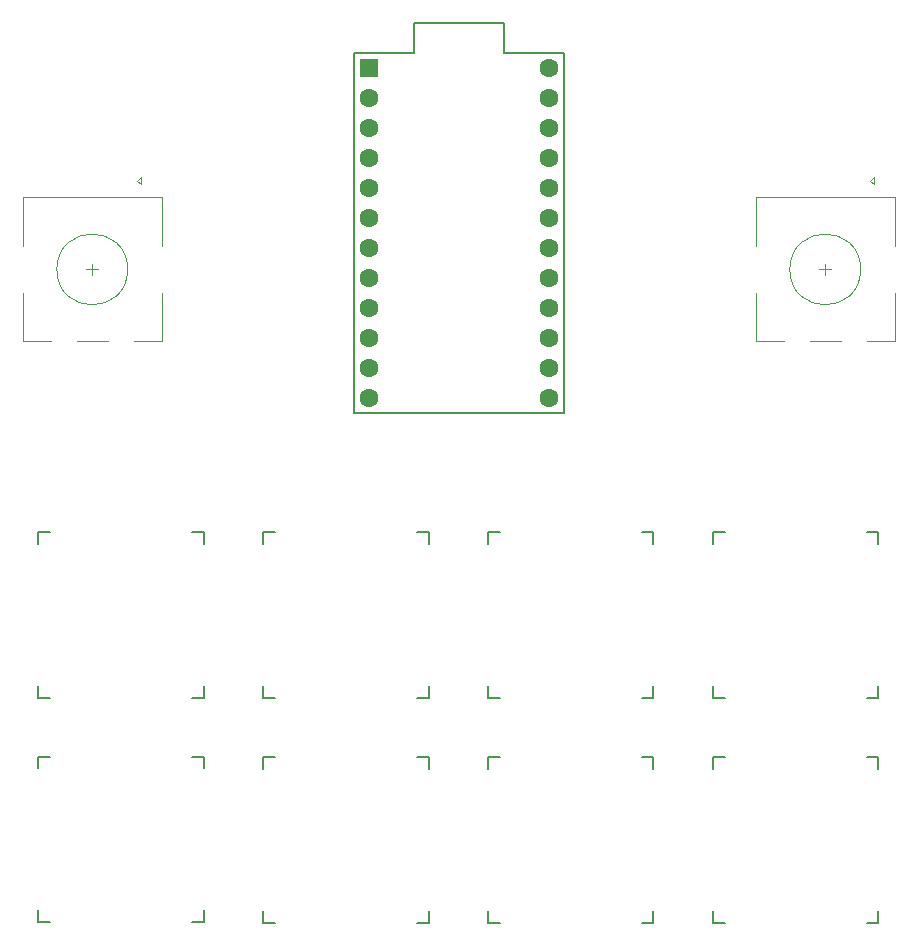
<source format=gto>
%TF.GenerationSoftware,KiCad,Pcbnew,(6.0.8)*%
%TF.CreationDate,2023-10-01T17:03:22+02:00*%
%TF.ProjectId,macropad,6d616372-6f70-4616-942e-6b696361645f,rev?*%
%TF.SameCoordinates,Original*%
%TF.FileFunction,Legend,Top*%
%TF.FilePolarity,Positive*%
%FSLAX46Y46*%
G04 Gerber Fmt 4.6, Leading zero omitted, Abs format (unit mm)*
G04 Created by KiCad (PCBNEW (6.0.8)) date 2023-10-01 17:03:22*
%MOMM*%
%LPD*%
G01*
G04 APERTURE LIST*
%ADD10C,0.120000*%
%ADD11C,0.150000*%
%ADD12R,1.600000X1.600000*%
%ADD13C,1.600000*%
G04 APERTURE END LIST*
D10*
%TO.C,SW10*%
X181240000Y-79680000D02*
X178840000Y-79680000D01*
X169440000Y-79680000D02*
X169440000Y-75580000D01*
X175340000Y-73080000D02*
X175340000Y-74080000D01*
X181240000Y-67480000D02*
X169440000Y-67480000D01*
X181240000Y-71580000D02*
X181240000Y-67480000D01*
X169440000Y-71580000D02*
X169440000Y-67480000D01*
X179440000Y-66380000D02*
X179140000Y-66080000D01*
X179440000Y-65780000D02*
X179440000Y-66380000D01*
X179140000Y-66080000D02*
X179440000Y-65780000D01*
X181240000Y-75580000D02*
X181240000Y-79680000D01*
X175840000Y-73580000D02*
X174840000Y-73580000D01*
X171840000Y-79680000D02*
X169440000Y-79680000D01*
X176640000Y-79680000D02*
X174040000Y-79680000D01*
X178340000Y-73580000D02*
G75*
G03*
X178340000Y-73580000I-3000000J0D01*
G01*
D11*
%TO.C,SW2*%
X122700000Y-95830000D02*
X121700000Y-95830000D01*
X121700000Y-109830000D02*
X122700000Y-109830000D01*
X108700000Y-109830000D02*
X109700000Y-109830000D01*
X108700000Y-96830000D02*
X108700000Y-95830000D01*
X109700000Y-95830000D02*
X108700000Y-95830000D01*
X122700000Y-108830000D02*
X122700000Y-109830000D01*
X122700000Y-95830000D02*
X122700000Y-96830000D01*
X108700000Y-109830000D02*
X108700000Y-108830000D01*
%TO.C,SW3*%
X141750000Y-95830000D02*
X140750000Y-95830000D01*
X127750000Y-96830000D02*
X127750000Y-95830000D01*
X141750000Y-108830000D02*
X141750000Y-109830000D01*
X127750000Y-109830000D02*
X127750000Y-108830000D01*
X140750000Y-109830000D02*
X141750000Y-109830000D01*
X141750000Y-95830000D02*
X141750000Y-96830000D01*
X128750000Y-95830000D02*
X127750000Y-95830000D01*
X127750000Y-109830000D02*
X128750000Y-109830000D01*
%TO.C,SW8*%
X146790000Y-128880000D02*
X147790000Y-128880000D01*
X160790000Y-114880000D02*
X160790000Y-115880000D01*
X160790000Y-114880000D02*
X159790000Y-114880000D01*
X146790000Y-128880000D02*
X146790000Y-127880000D01*
X147790000Y-114880000D02*
X146790000Y-114880000D01*
X160790000Y-127880000D02*
X160790000Y-128880000D01*
X159790000Y-128880000D02*
X160790000Y-128880000D01*
X146790000Y-115880000D02*
X146790000Y-114880000D01*
D10*
%TO.C,SW1*%
X119180000Y-71580000D02*
X119180000Y-67480000D01*
X113280000Y-73080000D02*
X113280000Y-74080000D01*
X109780000Y-79680000D02*
X107380000Y-79680000D01*
X119180000Y-67480000D02*
X107380000Y-67480000D01*
X113780000Y-73580000D02*
X112780000Y-73580000D01*
X107380000Y-71580000D02*
X107380000Y-67480000D01*
X117380000Y-65780000D02*
X117380000Y-66380000D01*
X117380000Y-66380000D02*
X117080000Y-66080000D01*
X107380000Y-79680000D02*
X107380000Y-75580000D01*
X119180000Y-79680000D02*
X116780000Y-79680000D01*
X114580000Y-79680000D02*
X111980000Y-79680000D01*
X119180000Y-75580000D02*
X119180000Y-79680000D01*
X117080000Y-66080000D02*
X117380000Y-65780000D01*
X116280000Y-73580000D02*
G75*
G03*
X116280000Y-73580000I-3000000J0D01*
G01*
D11*
%TO.C,SW6*%
X122700000Y-114830000D02*
X121700000Y-114830000D01*
X109700000Y-114830000D02*
X108700000Y-114830000D01*
X108700000Y-115830000D02*
X108700000Y-114830000D01*
X122700000Y-114830000D02*
X122700000Y-115830000D01*
X121700000Y-128830000D02*
X122700000Y-128830000D01*
X108700000Y-128830000D02*
X109700000Y-128830000D01*
X122700000Y-127830000D02*
X122700000Y-128830000D01*
X108700000Y-128830000D02*
X108700000Y-127830000D01*
%TO.C,U1*%
X148120000Y-52740000D02*
X148120000Y-55280000D01*
X135420000Y-55280000D02*
X140500000Y-55280000D01*
X153200000Y-55280000D02*
X153200000Y-85760000D01*
X135420000Y-55280000D02*
X135420000Y-85760000D01*
X153200000Y-85760000D02*
X135420000Y-85760000D01*
X140500000Y-52740000D02*
X148120000Y-52740000D01*
X140500000Y-55280000D02*
X140500000Y-52740000D01*
X148120000Y-55280000D02*
X153200000Y-55280000D01*
%TO.C,SW9*%
X165840000Y-115880000D02*
X165840000Y-114880000D01*
X166840000Y-114880000D02*
X165840000Y-114880000D01*
X179840000Y-127880000D02*
X179840000Y-128880000D01*
X165840000Y-128880000D02*
X166840000Y-128880000D01*
X179840000Y-114880000D02*
X179840000Y-115880000D01*
X178840000Y-128880000D02*
X179840000Y-128880000D01*
X179840000Y-114880000D02*
X178840000Y-114880000D01*
X165840000Y-128880000D02*
X165840000Y-127880000D01*
%TO.C,SW4*%
X160790000Y-108830000D02*
X160790000Y-109830000D01*
X159790000Y-109830000D02*
X160790000Y-109830000D01*
X160790000Y-95830000D02*
X160790000Y-96830000D01*
X160790000Y-95830000D02*
X159790000Y-95830000D01*
X146790000Y-109830000D02*
X147790000Y-109830000D01*
X147790000Y-95830000D02*
X146790000Y-95830000D01*
X146790000Y-109830000D02*
X146790000Y-108830000D01*
X146790000Y-96830000D02*
X146790000Y-95830000D01*
%TO.C,SW7*%
X141750000Y-127880000D02*
X141750000Y-128880000D01*
X127750000Y-128880000D02*
X127750000Y-127880000D01*
X141750000Y-114880000D02*
X140750000Y-114880000D01*
X141750000Y-114880000D02*
X141750000Y-115880000D01*
X127750000Y-128880000D02*
X128750000Y-128880000D01*
X140750000Y-128880000D02*
X141750000Y-128880000D01*
X127750000Y-115880000D02*
X127750000Y-114880000D01*
X128750000Y-114880000D02*
X127750000Y-114880000D01*
%TO.C,SW5*%
X179840000Y-95830000D02*
X179840000Y-96830000D01*
X165840000Y-109830000D02*
X166840000Y-109830000D01*
X179840000Y-108830000D02*
X179840000Y-109830000D01*
X179840000Y-95830000D02*
X178840000Y-95830000D01*
X178840000Y-109830000D02*
X179840000Y-109830000D01*
X165840000Y-96830000D02*
X165840000Y-95830000D01*
X166840000Y-95830000D02*
X165840000Y-95830000D01*
X165840000Y-109830000D02*
X165840000Y-108830000D01*
%TD*%
D12*
%TO.C,U1*%
X136690000Y-56550000D03*
D13*
X136690000Y-59090000D03*
X136690000Y-61630000D03*
X136690000Y-64170000D03*
X136690000Y-66710000D03*
X136690000Y-69250000D03*
X136690000Y-71790000D03*
X136690000Y-74330000D03*
X136690000Y-76870000D03*
X136690000Y-79410000D03*
X136690000Y-81950000D03*
X136690000Y-84490000D03*
X151930000Y-84490000D03*
X151930000Y-81950000D03*
X151930000Y-79410000D03*
X151930000Y-76870000D03*
X151930000Y-74330000D03*
X151930000Y-71790000D03*
X151930000Y-69250000D03*
X151930000Y-66710000D03*
X151930000Y-64170000D03*
X151930000Y-61630000D03*
X151930000Y-59090000D03*
X151930000Y-56550000D03*
%TD*%
M02*

</source>
